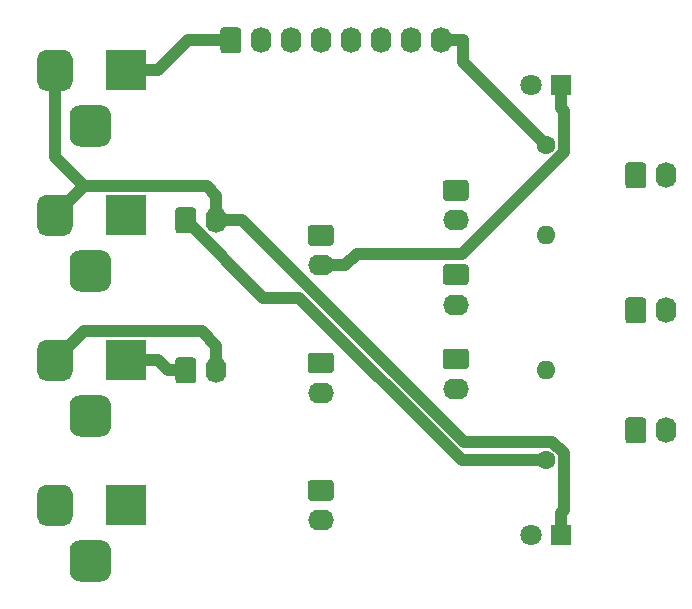
<source format=gbr>
G04 #@! TF.GenerationSoftware,KiCad,Pcbnew,(5.1.9-0-10_14)*
G04 #@! TF.CreationDate,2023-01-06T07:48:33+10:00*
G04 #@! TF.ProjectId,OH - Relay and Backlight Distribution,4f48202d-2052-4656-9c61-7920616e6420,rev?*
G04 #@! TF.SameCoordinates,Original*
G04 #@! TF.FileFunction,Copper,L1,Top*
G04 #@! TF.FilePolarity,Positive*
%FSLAX46Y46*%
G04 Gerber Fmt 4.6, Leading zero omitted, Abs format (unit mm)*
G04 Created by KiCad (PCBNEW (5.1.9-0-10_14)) date 2023-01-06 07:48:33*
%MOMM*%
%LPD*%
G01*
G04 APERTURE LIST*
G04 #@! TA.AperFunction,ComponentPad*
%ADD10O,2.190000X1.740000*%
G04 #@! TD*
G04 #@! TA.AperFunction,ComponentPad*
%ADD11O,1.740000X2.190000*%
G04 #@! TD*
G04 #@! TA.AperFunction,ComponentPad*
%ADD12R,3.500000X3.500000*%
G04 #@! TD*
G04 #@! TA.AperFunction,ComponentPad*
%ADD13O,1.600000X1.600000*%
G04 #@! TD*
G04 #@! TA.AperFunction,ComponentPad*
%ADD14C,1.600000*%
G04 #@! TD*
G04 #@! TA.AperFunction,ComponentPad*
%ADD15C,1.800000*%
G04 #@! TD*
G04 #@! TA.AperFunction,ComponentPad*
%ADD16R,1.800000X1.800000*%
G04 #@! TD*
G04 #@! TA.AperFunction,Conductor*
%ADD17C,1.000000*%
G04 #@! TD*
G04 APERTURE END LIST*
D10*
X151130000Y-89190000D03*
G04 #@! TA.AperFunction,ComponentPad*
G36*
G01*
X150284999Y-85780000D02*
X151975001Y-85780000D01*
G75*
G02*
X152225000Y-86029999I0J-249999D01*
G01*
X152225000Y-87270001D01*
G75*
G02*
X151975001Y-87520000I-249999J0D01*
G01*
X150284999Y-87520000D01*
G75*
G02*
X150035000Y-87270001I0J249999D01*
G01*
X150035000Y-86029999D01*
G75*
G02*
X150284999Y-85780000I249999J0D01*
G01*
G37*
G04 #@! TD.AperFunction*
X151130000Y-82060000D03*
G04 #@! TA.AperFunction,ComponentPad*
G36*
G01*
X150284999Y-78650000D02*
X151975001Y-78650000D01*
G75*
G02*
X152225000Y-78899999I0J-249999D01*
G01*
X152225000Y-80140001D01*
G75*
G02*
X151975001Y-80390000I-249999J0D01*
G01*
X150284999Y-80390000D01*
G75*
G02*
X150035000Y-80140001I0J249999D01*
G01*
X150035000Y-78899999D01*
G75*
G02*
X150284999Y-78650000I249999J0D01*
G01*
G37*
G04 #@! TD.AperFunction*
X151130000Y-74930000D03*
G04 #@! TA.AperFunction,ComponentPad*
G36*
G01*
X150284999Y-71520000D02*
X151975001Y-71520000D01*
G75*
G02*
X152225000Y-71769999I0J-249999D01*
G01*
X152225000Y-73010001D01*
G75*
G02*
X151975001Y-73260000I-249999J0D01*
G01*
X150284999Y-73260000D01*
G75*
G02*
X150035000Y-73010001I0J249999D01*
G01*
X150035000Y-71769999D01*
G75*
G02*
X150284999Y-71520000I249999J0D01*
G01*
G37*
G04 #@! TD.AperFunction*
D11*
X130810000Y-74930000D03*
G04 #@! TA.AperFunction,ComponentPad*
G36*
G01*
X127400000Y-75775001D02*
X127400000Y-74084999D01*
G75*
G02*
X127649999Y-73835000I249999J0D01*
G01*
X128890001Y-73835000D01*
G75*
G02*
X129140000Y-74084999I0J-249999D01*
G01*
X129140000Y-75775001D01*
G75*
G02*
X128890001Y-76025000I-249999J0D01*
G01*
X127649999Y-76025000D01*
G75*
G02*
X127400000Y-75775001I0J249999D01*
G01*
G37*
G04 #@! TD.AperFunction*
X130810000Y-87630000D03*
G04 #@! TA.AperFunction,ComponentPad*
G36*
G01*
X127400000Y-88475001D02*
X127400000Y-86784999D01*
G75*
G02*
X127649999Y-86535000I249999J0D01*
G01*
X128890001Y-86535000D01*
G75*
G02*
X129140000Y-86784999I0J-249999D01*
G01*
X129140000Y-88475001D01*
G75*
G02*
X128890001Y-88725000I-249999J0D01*
G01*
X127649999Y-88725000D01*
G75*
G02*
X127400000Y-88475001I0J249999D01*
G01*
G37*
G04 #@! TD.AperFunction*
G04 #@! TA.AperFunction,ComponentPad*
G36*
G01*
X118440000Y-104635000D02*
X118440000Y-102885000D01*
G75*
G02*
X119315000Y-102010000I875000J0D01*
G01*
X121065000Y-102010000D01*
G75*
G02*
X121940000Y-102885000I0J-875000D01*
G01*
X121940000Y-104635000D01*
G75*
G02*
X121065000Y-105510000I-875000J0D01*
G01*
X119315000Y-105510000D01*
G75*
G02*
X118440000Y-104635000I0J875000D01*
G01*
G37*
G04 #@! TD.AperFunction*
G04 #@! TA.AperFunction,ComponentPad*
G36*
G01*
X115690000Y-100060000D02*
X115690000Y-98060000D01*
G75*
G02*
X116440000Y-97310000I750000J0D01*
G01*
X117940000Y-97310000D01*
G75*
G02*
X118690000Y-98060000I0J-750000D01*
G01*
X118690000Y-100060000D01*
G75*
G02*
X117940000Y-100810000I-750000J0D01*
G01*
X116440000Y-100810000D01*
G75*
G02*
X115690000Y-100060000I0J750000D01*
G01*
G37*
G04 #@! TD.AperFunction*
D12*
X123190000Y-99060000D03*
D11*
X149860000Y-59690000D03*
X147320000Y-59690000D03*
X144780000Y-59690000D03*
X142240000Y-59690000D03*
X139700000Y-59690000D03*
X137160000Y-59690000D03*
X134620000Y-59690000D03*
G04 #@! TA.AperFunction,ComponentPad*
G36*
G01*
X131210000Y-60535001D02*
X131210000Y-58844999D01*
G75*
G02*
X131459999Y-58595000I249999J0D01*
G01*
X132700001Y-58595000D01*
G75*
G02*
X132950000Y-58844999I0J-249999D01*
G01*
X132950000Y-60535001D01*
G75*
G02*
X132700001Y-60785000I-249999J0D01*
G01*
X131459999Y-60785000D01*
G75*
G02*
X131210000Y-60535001I0J249999D01*
G01*
G37*
G04 #@! TD.AperFunction*
D10*
X139700000Y-100330000D03*
G04 #@! TA.AperFunction,ComponentPad*
G36*
G01*
X138854999Y-96920000D02*
X140545001Y-96920000D01*
G75*
G02*
X140795000Y-97169999I0J-249999D01*
G01*
X140795000Y-98410001D01*
G75*
G02*
X140545001Y-98660000I-249999J0D01*
G01*
X138854999Y-98660000D01*
G75*
G02*
X138605000Y-98410001I0J249999D01*
G01*
X138605000Y-97169999D01*
G75*
G02*
X138854999Y-96920000I249999J0D01*
G01*
G37*
G04 #@! TD.AperFunction*
X139700000Y-89535000D03*
G04 #@! TA.AperFunction,ComponentPad*
G36*
G01*
X138854999Y-86125000D02*
X140545001Y-86125000D01*
G75*
G02*
X140795000Y-86374999I0J-249999D01*
G01*
X140795000Y-87615001D01*
G75*
G02*
X140545001Y-87865000I-249999J0D01*
G01*
X138854999Y-87865000D01*
G75*
G02*
X138605000Y-87615001I0J249999D01*
G01*
X138605000Y-86374999D01*
G75*
G02*
X138854999Y-86125000I249999J0D01*
G01*
G37*
G04 #@! TD.AperFunction*
G04 #@! TA.AperFunction,ComponentPad*
G36*
G01*
X118440000Y-80081700D02*
X118440000Y-78331700D01*
G75*
G02*
X119315000Y-77456700I875000J0D01*
G01*
X121065000Y-77456700D01*
G75*
G02*
X121940000Y-78331700I0J-875000D01*
G01*
X121940000Y-80081700D01*
G75*
G02*
X121065000Y-80956700I-875000J0D01*
G01*
X119315000Y-80956700D01*
G75*
G02*
X118440000Y-80081700I0J875000D01*
G01*
G37*
G04 #@! TD.AperFunction*
G04 #@! TA.AperFunction,ComponentPad*
G36*
G01*
X115690000Y-75506700D02*
X115690000Y-73506700D01*
G75*
G02*
X116440000Y-72756700I750000J0D01*
G01*
X117940000Y-72756700D01*
G75*
G02*
X118690000Y-73506700I0J-750000D01*
G01*
X118690000Y-75506700D01*
G75*
G02*
X117940000Y-76256700I-750000J0D01*
G01*
X116440000Y-76256700D01*
G75*
G02*
X115690000Y-75506700I0J750000D01*
G01*
G37*
G04 #@! TD.AperFunction*
D12*
X123190000Y-74506700D03*
G04 #@! TA.AperFunction,ComponentPad*
G36*
G01*
X118440000Y-67805000D02*
X118440000Y-66055000D01*
G75*
G02*
X119315000Y-65180000I875000J0D01*
G01*
X121065000Y-65180000D01*
G75*
G02*
X121940000Y-66055000I0J-875000D01*
G01*
X121940000Y-67805000D01*
G75*
G02*
X121065000Y-68680000I-875000J0D01*
G01*
X119315000Y-68680000D01*
G75*
G02*
X118440000Y-67805000I0J875000D01*
G01*
G37*
G04 #@! TD.AperFunction*
G04 #@! TA.AperFunction,ComponentPad*
G36*
G01*
X115690000Y-63230000D02*
X115690000Y-61230000D01*
G75*
G02*
X116440000Y-60480000I750000J0D01*
G01*
X117940000Y-60480000D01*
G75*
G02*
X118690000Y-61230000I0J-750000D01*
G01*
X118690000Y-63230000D01*
G75*
G02*
X117940000Y-63980000I-750000J0D01*
G01*
X116440000Y-63980000D01*
G75*
G02*
X115690000Y-63230000I0J750000D01*
G01*
G37*
G04 #@! TD.AperFunction*
X123190000Y-62230000D03*
D10*
X139700000Y-78740000D03*
G04 #@! TA.AperFunction,ComponentPad*
G36*
G01*
X138854999Y-75330000D02*
X140545001Y-75330000D01*
G75*
G02*
X140795000Y-75579999I0J-249999D01*
G01*
X140795000Y-76820001D01*
G75*
G02*
X140545001Y-77070000I-249999J0D01*
G01*
X138854999Y-77070000D01*
G75*
G02*
X138605000Y-76820001I0J249999D01*
G01*
X138605000Y-75579999D01*
G75*
G02*
X138854999Y-75330000I249999J0D01*
G01*
G37*
G04 #@! TD.AperFunction*
D11*
X168910000Y-92710000D03*
G04 #@! TA.AperFunction,ComponentPad*
G36*
G01*
X165500000Y-93555001D02*
X165500000Y-91864999D01*
G75*
G02*
X165749999Y-91615000I249999J0D01*
G01*
X166990001Y-91615000D01*
G75*
G02*
X167240000Y-91864999I0J-249999D01*
G01*
X167240000Y-93555001D01*
G75*
G02*
X166990001Y-93805000I-249999J0D01*
G01*
X165749999Y-93805000D01*
G75*
G02*
X165500000Y-93555001I0J249999D01*
G01*
G37*
G04 #@! TD.AperFunction*
X168910000Y-82550000D03*
G04 #@! TA.AperFunction,ComponentPad*
G36*
G01*
X165500000Y-83395001D02*
X165500000Y-81704999D01*
G75*
G02*
X165749999Y-81455000I249999J0D01*
G01*
X166990001Y-81455000D01*
G75*
G02*
X167240000Y-81704999I0J-249999D01*
G01*
X167240000Y-83395001D01*
G75*
G02*
X166990001Y-83645000I-249999J0D01*
G01*
X165749999Y-83645000D01*
G75*
G02*
X165500000Y-83395001I0J249999D01*
G01*
G37*
G04 #@! TD.AperFunction*
X168910000Y-71120000D03*
G04 #@! TA.AperFunction,ComponentPad*
G36*
G01*
X165500000Y-71965001D02*
X165500000Y-70274999D01*
G75*
G02*
X165749999Y-70025000I249999J0D01*
G01*
X166990001Y-70025000D01*
G75*
G02*
X167240000Y-70274999I0J-249999D01*
G01*
X167240000Y-71965001D01*
G75*
G02*
X166990001Y-72215000I-249999J0D01*
G01*
X165749999Y-72215000D01*
G75*
G02*
X165500000Y-71965001I0J249999D01*
G01*
G37*
G04 #@! TD.AperFunction*
G04 #@! TA.AperFunction,ComponentPad*
G36*
G01*
X118440000Y-92358300D02*
X118440000Y-90608300D01*
G75*
G02*
X119315000Y-89733300I875000J0D01*
G01*
X121065000Y-89733300D01*
G75*
G02*
X121940000Y-90608300I0J-875000D01*
G01*
X121940000Y-92358300D01*
G75*
G02*
X121065000Y-93233300I-875000J0D01*
G01*
X119315000Y-93233300D01*
G75*
G02*
X118440000Y-92358300I0J875000D01*
G01*
G37*
G04 #@! TD.AperFunction*
G04 #@! TA.AperFunction,ComponentPad*
G36*
G01*
X115690000Y-87783300D02*
X115690000Y-85783300D01*
G75*
G02*
X116440000Y-85033300I750000J0D01*
G01*
X117940000Y-85033300D01*
G75*
G02*
X118690000Y-85783300I0J-750000D01*
G01*
X118690000Y-87783300D01*
G75*
G02*
X117940000Y-88533300I-750000J0D01*
G01*
X116440000Y-88533300D01*
G75*
G02*
X115690000Y-87783300I0J750000D01*
G01*
G37*
G04 #@! TD.AperFunction*
D12*
X123190000Y-86783300D03*
D13*
X158750000Y-87630000D03*
D14*
X158750000Y-95250000D03*
D13*
X158750000Y-76200000D03*
D14*
X158750000Y-68580000D03*
D15*
X157480000Y-101600000D03*
D16*
X160020000Y-101600000D03*
D15*
X157480000Y-63500000D03*
D16*
X160020000Y-63500000D03*
D17*
X130810000Y-87630000D02*
X130810000Y-85535000D01*
X130810000Y-85535000D02*
X129607900Y-84332900D01*
X129607900Y-84332900D02*
X119640400Y-84332900D01*
X119640400Y-84332900D02*
X117190000Y-86783300D01*
X160020000Y-63500000D02*
X160020000Y-65400000D01*
X139700000Y-78740000D02*
X141795000Y-78740000D01*
X141795000Y-78740000D02*
X142762200Y-77772800D01*
X142762200Y-77772800D02*
X151679200Y-77772800D01*
X151679200Y-77772800D02*
X160319200Y-69132800D01*
X160319200Y-69132800D02*
X160319200Y-65699200D01*
X160319200Y-65699200D02*
X160020000Y-65400000D01*
X130810000Y-74930000D02*
X132680000Y-74930000D01*
X160020000Y-99700000D02*
X160268900Y-99451100D01*
X160268900Y-99451100D02*
X160268900Y-94636600D01*
X160268900Y-94636600D02*
X159309600Y-93677300D01*
X159309600Y-93677300D02*
X151788600Y-93677300D01*
X151788600Y-93677300D02*
X133041400Y-74930100D01*
X133041400Y-74930100D02*
X132680000Y-74930100D01*
X132680000Y-74930100D02*
X132680000Y-74930000D01*
X119640400Y-72056300D02*
X117190000Y-74506700D01*
X130810000Y-72835000D02*
X130031300Y-72056300D01*
X130031300Y-72056300D02*
X119640400Y-72056300D01*
X119640400Y-72056300D02*
X117190000Y-69605900D01*
X117190000Y-69605900D02*
X117190000Y-62230000D01*
X130810000Y-74930000D02*
X130810000Y-72835000D01*
X160020000Y-101600000D02*
X160020000Y-99700000D01*
X123190000Y-86783300D02*
X125940000Y-86783300D01*
X128270000Y-87630000D02*
X126786700Y-87630000D01*
X126786700Y-87630000D02*
X125940000Y-86783300D01*
X149860000Y-59690000D02*
X151730000Y-59690000D01*
X158750000Y-68580000D02*
X151730000Y-61560000D01*
X151730000Y-61560000D02*
X151730000Y-59690000D01*
X123190000Y-62230000D02*
X125940000Y-62230000D01*
X132080000Y-59690000D02*
X128480000Y-59690000D01*
X128480000Y-59690000D02*
X125940000Y-62230000D01*
X158750000Y-95250000D02*
X151663800Y-95250000D01*
X151663800Y-95250000D02*
X137888000Y-81474200D01*
X137888000Y-81474200D02*
X134814200Y-81474200D01*
X134814200Y-81474200D02*
X128270000Y-74930000D01*
M02*

</source>
